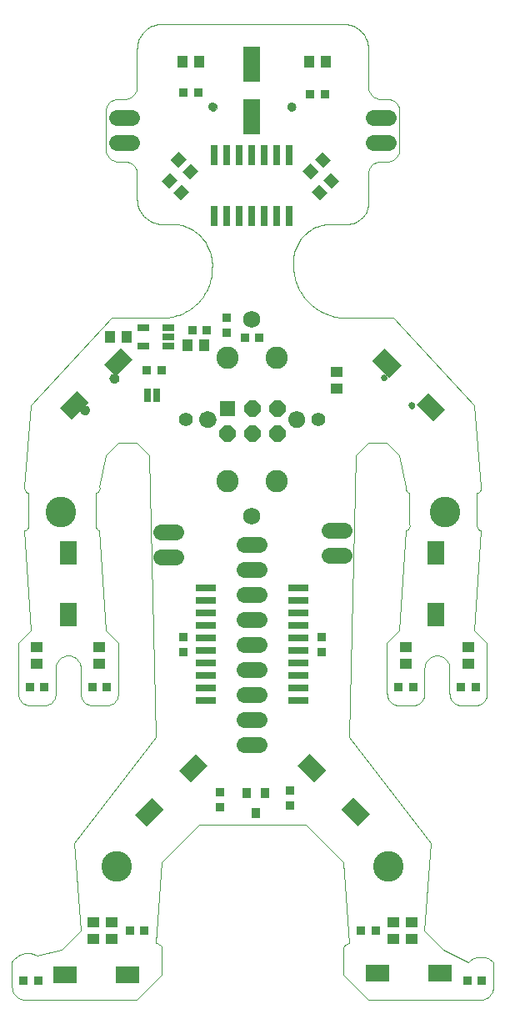
<source format=gts>
G75*
%MOIN*%
%OFA0B0*%
%FSLAX24Y24*%
%IPPOS*%
%LPD*%
%AMOC8*
5,1,8,0,0,1.08239X$1,22.5*
%
%ADD10C,0.0000*%
%ADD11C,0.0355*%
%ADD12R,0.0355X0.0394*%
%ADD13R,0.0355X0.0355*%
%ADD14R,0.0820X0.0260*%
%ADD15C,0.1221*%
%ADD16R,0.0434X0.0473*%
%ADD17R,0.0640X0.0640*%
%ADD18OC8,0.0640*%
%ADD19R,0.0670X0.1418*%
%ADD20R,0.0946X0.0670*%
%ADD21R,0.0670X0.0946*%
%ADD22C,0.0690*%
%ADD23C,0.0890*%
%ADD24C,0.0555*%
%ADD25C,0.0670*%
%ADD26C,0.0640*%
%ADD27C,0.0394*%
%ADD28R,0.0473X0.0434*%
%ADD29R,0.0300X0.0840*%
%ADD30R,0.0512X0.0257*%
%ADD31C,0.0257*%
%ADD32R,0.0290X0.0540*%
D10*
X000100Y000600D02*
X000100Y001600D01*
X000128Y001644D01*
X000160Y001685D01*
X000194Y001724D01*
X000231Y001761D01*
X000270Y001795D01*
X000312Y001826D01*
X000356Y001854D01*
X000402Y001878D01*
X000449Y001900D01*
X000498Y001918D01*
X000548Y001932D01*
X000599Y001943D01*
X000651Y001950D01*
X000703Y001954D01*
X000755Y001953D01*
X000806Y001949D01*
X000858Y001942D01*
X000909Y001930D01*
X000959Y001916D01*
X001007Y001897D01*
X001055Y001875D01*
X001100Y001850D01*
X002100Y002100D01*
X002850Y002850D01*
X002600Y006350D01*
X005850Y010600D01*
X005600Y021850D01*
X005100Y022350D01*
X004350Y022350D01*
X003850Y021850D01*
X003600Y020600D01*
X003605Y020573D01*
X003606Y020547D01*
X003604Y020520D01*
X003598Y020493D01*
X003589Y020468D01*
X003577Y020444D01*
X003561Y020422D01*
X003543Y020402D01*
X003523Y020384D01*
X003500Y020370D01*
X003476Y020358D01*
X003450Y020350D01*
X003450Y019100D01*
X003445Y019073D01*
X003444Y019047D01*
X003446Y019020D01*
X003452Y018993D01*
X003461Y018968D01*
X003473Y018944D01*
X003489Y018922D01*
X003507Y018902D01*
X003527Y018884D01*
X003550Y018870D01*
X003574Y018858D01*
X003600Y018850D01*
X003850Y014850D01*
X004350Y014350D01*
X004350Y012350D01*
X004348Y012306D01*
X004342Y012263D01*
X004333Y012221D01*
X004320Y012179D01*
X004303Y012139D01*
X004283Y012100D01*
X004260Y012063D01*
X004233Y012029D01*
X004204Y011996D01*
X004171Y011967D01*
X004137Y011940D01*
X004100Y011917D01*
X004061Y011897D01*
X004021Y011880D01*
X003979Y011867D01*
X003937Y011858D01*
X003894Y011852D01*
X003850Y011850D01*
X003350Y011850D01*
X003306Y011852D01*
X003263Y011858D01*
X003221Y011867D01*
X003179Y011880D01*
X003139Y011897D01*
X003100Y011917D01*
X003063Y011940D01*
X003029Y011967D01*
X002996Y011996D01*
X002967Y012029D01*
X002940Y012063D01*
X002917Y012100D01*
X002897Y012139D01*
X002880Y012179D01*
X002867Y012221D01*
X002858Y012263D01*
X002852Y012306D01*
X002850Y012350D01*
X002850Y013350D01*
X002350Y013850D02*
X002306Y013848D01*
X002263Y013842D01*
X002221Y013833D01*
X002179Y013820D01*
X002139Y013803D01*
X002100Y013783D01*
X002063Y013760D01*
X002029Y013733D01*
X001996Y013704D01*
X001967Y013671D01*
X001940Y013637D01*
X001917Y013600D01*
X001897Y013561D01*
X001880Y013521D01*
X001867Y013479D01*
X001858Y013437D01*
X001852Y013394D01*
X001850Y013350D01*
X001850Y012350D01*
X001848Y012306D01*
X001842Y012263D01*
X001833Y012221D01*
X001820Y012179D01*
X001803Y012139D01*
X001783Y012100D01*
X001760Y012063D01*
X001733Y012029D01*
X001704Y011996D01*
X001671Y011967D01*
X001637Y011940D01*
X001600Y011917D01*
X001561Y011897D01*
X001521Y011880D01*
X001479Y011867D01*
X001437Y011858D01*
X001394Y011852D01*
X001350Y011850D01*
X000850Y011850D01*
X000806Y011852D01*
X000763Y011858D01*
X000721Y011867D01*
X000679Y011880D01*
X000639Y011897D01*
X000600Y011917D01*
X000563Y011940D01*
X000529Y011967D01*
X000496Y011996D01*
X000467Y012029D01*
X000440Y012063D01*
X000417Y012100D01*
X000397Y012139D01*
X000380Y012179D01*
X000367Y012221D01*
X000358Y012263D01*
X000352Y012306D01*
X000350Y012350D01*
X000350Y014350D01*
X000850Y014850D01*
X000600Y018850D01*
X000626Y018858D01*
X000650Y018870D01*
X000673Y018884D01*
X000693Y018902D01*
X000711Y018922D01*
X000727Y018944D01*
X000739Y018968D01*
X000748Y018993D01*
X000754Y019020D01*
X000756Y019047D01*
X000755Y019073D01*
X000750Y019100D01*
X000750Y020350D01*
X000724Y020358D01*
X000700Y020370D01*
X000677Y020384D01*
X000657Y020402D01*
X000639Y020422D01*
X000623Y020444D01*
X000611Y020468D01*
X000602Y020493D01*
X000596Y020520D01*
X000594Y020547D01*
X000595Y020573D01*
X000600Y020600D01*
X000850Y023850D01*
X004100Y027350D01*
X006100Y027350D01*
X006187Y027352D01*
X006274Y027358D01*
X006361Y027367D01*
X006447Y027380D01*
X006533Y027397D01*
X006618Y027418D01*
X006701Y027443D01*
X006784Y027471D01*
X006865Y027502D01*
X006945Y027537D01*
X007023Y027576D01*
X007100Y027618D01*
X007175Y027663D01*
X007247Y027712D01*
X007318Y027763D01*
X007386Y027818D01*
X007451Y027875D01*
X007514Y027936D01*
X007575Y027999D01*
X007632Y028064D01*
X007687Y028132D01*
X007738Y028203D01*
X007787Y028275D01*
X007832Y028350D01*
X007874Y028427D01*
X007913Y028505D01*
X007948Y028585D01*
X007979Y028666D01*
X008007Y028749D01*
X008032Y028832D01*
X008053Y028917D01*
X008070Y029003D01*
X008083Y029089D01*
X008092Y029176D01*
X008098Y029263D01*
X008100Y029350D01*
X006600Y031100D02*
X006100Y031100D01*
X006040Y031102D01*
X005979Y031107D01*
X005920Y031116D01*
X005861Y031129D01*
X005802Y031145D01*
X005745Y031165D01*
X005690Y031188D01*
X005635Y031215D01*
X005583Y031244D01*
X005532Y031277D01*
X005483Y031313D01*
X005437Y031351D01*
X005393Y031393D01*
X005351Y031437D01*
X005313Y031483D01*
X005277Y031532D01*
X005244Y031583D01*
X005215Y031635D01*
X005188Y031690D01*
X005165Y031745D01*
X005145Y031802D01*
X005129Y031861D01*
X005116Y031920D01*
X005107Y031979D01*
X005102Y032040D01*
X005100Y032100D01*
X005100Y033100D01*
X005098Y033144D01*
X005092Y033187D01*
X005083Y033229D01*
X005070Y033271D01*
X005053Y033311D01*
X005033Y033350D01*
X005010Y033387D01*
X004983Y033421D01*
X004954Y033454D01*
X004921Y033483D01*
X004887Y033510D01*
X004850Y033533D01*
X004811Y033553D01*
X004771Y033570D01*
X004729Y033583D01*
X004687Y033592D01*
X004644Y033598D01*
X004600Y033600D01*
X004350Y033600D01*
X004306Y033602D01*
X004263Y033608D01*
X004221Y033617D01*
X004179Y033630D01*
X004139Y033647D01*
X004100Y033667D01*
X004063Y033690D01*
X004029Y033717D01*
X003996Y033746D01*
X003967Y033779D01*
X003940Y033813D01*
X003917Y033850D01*
X003897Y033889D01*
X003880Y033929D01*
X003867Y033971D01*
X003858Y034013D01*
X003852Y034056D01*
X003850Y034100D01*
X003850Y035600D01*
X003852Y035644D01*
X003858Y035687D01*
X003867Y035729D01*
X003880Y035771D01*
X003897Y035811D01*
X003917Y035850D01*
X003940Y035887D01*
X003967Y035921D01*
X003996Y035954D01*
X004029Y035983D01*
X004063Y036010D01*
X004100Y036033D01*
X004139Y036053D01*
X004179Y036070D01*
X004221Y036083D01*
X004263Y036092D01*
X004306Y036098D01*
X004350Y036100D01*
X004600Y036100D01*
X004644Y036102D01*
X004687Y036108D01*
X004729Y036117D01*
X004771Y036130D01*
X004811Y036147D01*
X004850Y036167D01*
X004887Y036190D01*
X004921Y036217D01*
X004954Y036246D01*
X004983Y036279D01*
X005010Y036313D01*
X005033Y036350D01*
X005053Y036389D01*
X005070Y036429D01*
X005083Y036471D01*
X005092Y036513D01*
X005098Y036556D01*
X005100Y036600D01*
X005100Y038100D01*
X005102Y038160D01*
X005107Y038221D01*
X005116Y038280D01*
X005129Y038339D01*
X005145Y038398D01*
X005165Y038455D01*
X005188Y038510D01*
X005215Y038565D01*
X005244Y038617D01*
X005277Y038668D01*
X005313Y038717D01*
X005351Y038763D01*
X005393Y038807D01*
X005437Y038849D01*
X005483Y038887D01*
X005532Y038923D01*
X005583Y038956D01*
X005635Y038985D01*
X005690Y039012D01*
X005745Y039035D01*
X005802Y039055D01*
X005861Y039071D01*
X005920Y039084D01*
X005979Y039093D01*
X006040Y039098D01*
X006100Y039100D01*
X013350Y039100D01*
X013410Y039098D01*
X013471Y039093D01*
X013530Y039084D01*
X013589Y039071D01*
X013648Y039055D01*
X013705Y039035D01*
X013760Y039012D01*
X013815Y038985D01*
X013867Y038956D01*
X013918Y038923D01*
X013967Y038887D01*
X014013Y038849D01*
X014057Y038807D01*
X014099Y038763D01*
X014137Y038717D01*
X014173Y038668D01*
X014206Y038617D01*
X014235Y038565D01*
X014262Y038510D01*
X014285Y038455D01*
X014305Y038398D01*
X014321Y038339D01*
X014334Y038280D01*
X014343Y038221D01*
X014348Y038160D01*
X014350Y038100D01*
X014350Y036600D01*
X014352Y036556D01*
X014358Y036513D01*
X014367Y036471D01*
X014380Y036429D01*
X014397Y036389D01*
X014417Y036350D01*
X014440Y036313D01*
X014467Y036279D01*
X014496Y036246D01*
X014529Y036217D01*
X014563Y036190D01*
X014600Y036167D01*
X014639Y036147D01*
X014679Y036130D01*
X014721Y036117D01*
X014763Y036108D01*
X014806Y036102D01*
X014850Y036100D01*
X015100Y036100D01*
X015144Y036098D01*
X015187Y036092D01*
X015229Y036083D01*
X015271Y036070D01*
X015311Y036053D01*
X015350Y036033D01*
X015387Y036010D01*
X015421Y035983D01*
X015454Y035954D01*
X015483Y035921D01*
X015510Y035887D01*
X015533Y035850D01*
X015553Y035811D01*
X015570Y035771D01*
X015583Y035729D01*
X015592Y035687D01*
X015598Y035644D01*
X015600Y035600D01*
X015600Y034100D01*
X015598Y034056D01*
X015592Y034013D01*
X015583Y033971D01*
X015570Y033929D01*
X015553Y033889D01*
X015533Y033850D01*
X015510Y033813D01*
X015483Y033779D01*
X015454Y033746D01*
X015421Y033717D01*
X015387Y033690D01*
X015350Y033667D01*
X015311Y033647D01*
X015271Y033630D01*
X015229Y033617D01*
X015187Y033608D01*
X015144Y033602D01*
X015100Y033600D01*
X014850Y033600D01*
X014806Y033598D01*
X014763Y033592D01*
X014721Y033583D01*
X014679Y033570D01*
X014639Y033553D01*
X014600Y033533D01*
X014563Y033510D01*
X014529Y033483D01*
X014496Y033454D01*
X014467Y033421D01*
X014440Y033387D01*
X014417Y033350D01*
X014397Y033311D01*
X014380Y033271D01*
X014367Y033229D01*
X014358Y033187D01*
X014352Y033144D01*
X014350Y033100D01*
X014350Y032100D01*
X013600Y031100D02*
X012850Y031100D01*
X013600Y031100D02*
X013657Y031110D01*
X013713Y031124D01*
X013768Y031141D01*
X013822Y031162D01*
X013875Y031187D01*
X013925Y031214D01*
X013974Y031245D01*
X014021Y031280D01*
X014065Y031317D01*
X014107Y031357D01*
X014146Y031399D01*
X014182Y031445D01*
X014215Y031492D01*
X014245Y031541D01*
X014272Y031593D01*
X014295Y031646D01*
X014315Y031700D01*
X014331Y031756D01*
X014344Y031812D01*
X014353Y031869D01*
X014358Y031927D01*
X014359Y031985D01*
X014356Y032043D01*
X014350Y032100D01*
X011350Y029600D02*
X011346Y029510D01*
X011347Y029419D01*
X011351Y029329D01*
X011359Y029239D01*
X011371Y029149D01*
X011387Y029060D01*
X011406Y028972D01*
X011429Y028885D01*
X011456Y028799D01*
X011487Y028713D01*
X011521Y028630D01*
X011559Y028548D01*
X011600Y028467D01*
X011644Y028388D01*
X011692Y028312D01*
X011743Y028237D01*
X011797Y028165D01*
X011854Y028095D01*
X011914Y028027D01*
X011977Y027962D01*
X012043Y027900D01*
X012111Y027841D01*
X012181Y027784D01*
X012254Y027731D01*
X012329Y027681D01*
X012407Y027634D01*
X012486Y027590D01*
X012567Y027550D01*
X012649Y027513D01*
X012733Y027479D01*
X012818Y027450D01*
X012905Y027424D01*
X012993Y027401D01*
X013081Y027383D01*
X013170Y027368D01*
X013260Y027357D01*
X013350Y027350D01*
X015350Y027350D01*
X018600Y023850D01*
X018850Y020600D01*
X018855Y020573D01*
X018856Y020547D01*
X018854Y020520D01*
X018848Y020493D01*
X018839Y020468D01*
X018827Y020444D01*
X018811Y020422D01*
X018793Y020402D01*
X018773Y020384D01*
X018750Y020370D01*
X018726Y020358D01*
X018700Y020350D01*
X018700Y019100D01*
X018695Y019073D01*
X018694Y019047D01*
X018696Y019020D01*
X018702Y018993D01*
X018711Y018968D01*
X018723Y018944D01*
X018739Y018922D01*
X018757Y018902D01*
X018777Y018884D01*
X018800Y018870D01*
X018824Y018858D01*
X018850Y018850D01*
X018600Y014850D01*
X019100Y014350D01*
X019100Y012350D01*
X019098Y012306D01*
X019092Y012263D01*
X019083Y012221D01*
X019070Y012179D01*
X019053Y012139D01*
X019033Y012100D01*
X019010Y012063D01*
X018983Y012029D01*
X018954Y011996D01*
X018921Y011967D01*
X018887Y011940D01*
X018850Y011917D01*
X018811Y011897D01*
X018771Y011880D01*
X018729Y011867D01*
X018687Y011858D01*
X018644Y011852D01*
X018600Y011850D01*
X018100Y011850D01*
X018056Y011852D01*
X018013Y011858D01*
X017971Y011867D01*
X017929Y011880D01*
X017889Y011897D01*
X017850Y011917D01*
X017813Y011940D01*
X017779Y011967D01*
X017746Y011996D01*
X017717Y012029D01*
X017690Y012063D01*
X017667Y012100D01*
X017647Y012139D01*
X017630Y012179D01*
X017617Y012221D01*
X017608Y012263D01*
X017602Y012306D01*
X017600Y012350D01*
X017600Y013350D01*
X017598Y013394D01*
X017592Y013437D01*
X017583Y013479D01*
X017570Y013521D01*
X017553Y013561D01*
X017533Y013600D01*
X017510Y013637D01*
X017483Y013671D01*
X017454Y013704D01*
X017421Y013733D01*
X017387Y013760D01*
X017350Y013783D01*
X017311Y013803D01*
X017271Y013820D01*
X017229Y013833D01*
X017187Y013842D01*
X017144Y013848D01*
X017100Y013850D01*
X017056Y013848D01*
X017013Y013842D01*
X016971Y013833D01*
X016929Y013820D01*
X016889Y013803D01*
X016850Y013783D01*
X016813Y013760D01*
X016779Y013733D01*
X016746Y013704D01*
X016717Y013671D01*
X016690Y013637D01*
X016667Y013600D01*
X016647Y013561D01*
X016630Y013521D01*
X016617Y013479D01*
X016608Y013437D01*
X016602Y013394D01*
X016600Y013350D01*
X016600Y012350D01*
X016598Y012306D01*
X016592Y012263D01*
X016583Y012221D01*
X016570Y012179D01*
X016553Y012139D01*
X016533Y012100D01*
X016510Y012063D01*
X016483Y012029D01*
X016454Y011996D01*
X016421Y011967D01*
X016387Y011940D01*
X016350Y011917D01*
X016311Y011897D01*
X016271Y011880D01*
X016229Y011867D01*
X016187Y011858D01*
X016144Y011852D01*
X016100Y011850D01*
X015600Y011850D01*
X015556Y011852D01*
X015513Y011858D01*
X015471Y011867D01*
X015429Y011880D01*
X015389Y011897D01*
X015350Y011917D01*
X015313Y011940D01*
X015279Y011967D01*
X015246Y011996D01*
X015217Y012029D01*
X015190Y012063D01*
X015167Y012100D01*
X015147Y012139D01*
X015130Y012179D01*
X015117Y012221D01*
X015108Y012263D01*
X015102Y012306D01*
X015100Y012350D01*
X015100Y014350D01*
X015600Y014850D01*
X015850Y018850D01*
X015876Y018858D01*
X015900Y018870D01*
X015923Y018884D01*
X015943Y018902D01*
X015961Y018922D01*
X015977Y018944D01*
X015989Y018968D01*
X015998Y018993D01*
X016004Y019020D01*
X016006Y019047D01*
X016005Y019073D01*
X016000Y019100D01*
X016000Y020350D01*
X015974Y020358D01*
X015950Y020370D01*
X015927Y020384D01*
X015907Y020402D01*
X015889Y020422D01*
X015873Y020444D01*
X015861Y020468D01*
X015852Y020493D01*
X015846Y020520D01*
X015844Y020547D01*
X015845Y020573D01*
X015850Y020600D01*
X015600Y021850D01*
X015100Y022350D01*
X014350Y022350D01*
X013850Y021850D01*
X013600Y010600D01*
X016850Y006350D01*
X016600Y002850D01*
X017350Y002100D01*
X018350Y001600D01*
X018387Y001634D01*
X018426Y001666D01*
X018468Y001695D01*
X018511Y001721D01*
X018556Y001743D01*
X018603Y001762D01*
X018651Y001778D01*
X018700Y001791D01*
X018749Y001800D01*
X018800Y001805D01*
X018850Y001807D01*
X018900Y001805D01*
X018951Y001800D01*
X019000Y001791D01*
X019049Y001778D01*
X019097Y001762D01*
X019144Y001743D01*
X019189Y001721D01*
X019232Y001695D01*
X019274Y001666D01*
X019313Y001634D01*
X019350Y001600D01*
X019350Y000600D01*
X019348Y000556D01*
X019342Y000513D01*
X019333Y000471D01*
X019320Y000429D01*
X019303Y000389D01*
X019283Y000350D01*
X019260Y000313D01*
X019233Y000279D01*
X019204Y000246D01*
X019171Y000217D01*
X019137Y000190D01*
X019100Y000167D01*
X019061Y000147D01*
X019021Y000130D01*
X018979Y000117D01*
X018937Y000108D01*
X018894Y000102D01*
X018850Y000100D01*
X014350Y000100D01*
X013350Y001100D01*
X013350Y002100D01*
X013352Y002130D01*
X013357Y002160D01*
X013366Y002189D01*
X013379Y002216D01*
X013394Y002242D01*
X013413Y002266D01*
X013434Y002287D01*
X013458Y002306D01*
X013484Y002321D01*
X013511Y002334D01*
X013540Y002343D01*
X013570Y002348D01*
X013600Y002350D01*
X013350Y005600D01*
X011850Y007100D01*
X007600Y007100D01*
X006100Y005600D01*
X005850Y002350D01*
X005880Y002348D01*
X005910Y002343D01*
X005939Y002334D01*
X005966Y002321D01*
X005992Y002306D01*
X006016Y002287D01*
X006037Y002266D01*
X006056Y002242D01*
X006071Y002216D01*
X006084Y002189D01*
X006093Y002160D01*
X006098Y002130D01*
X006100Y002100D01*
X006100Y001100D01*
X005100Y000100D01*
X000600Y000100D01*
X000556Y000102D01*
X000513Y000108D01*
X000471Y000117D01*
X000429Y000130D01*
X000389Y000147D01*
X000350Y000167D01*
X000313Y000190D01*
X000279Y000217D01*
X000246Y000246D01*
X000217Y000279D01*
X000190Y000313D01*
X000167Y000350D01*
X000147Y000389D01*
X000130Y000429D01*
X000117Y000471D01*
X000108Y000513D01*
X000102Y000556D01*
X000100Y000600D01*
X002850Y013350D02*
X002848Y013394D01*
X002842Y013437D01*
X002833Y013479D01*
X002820Y013521D01*
X002803Y013561D01*
X002783Y013600D01*
X002760Y013637D01*
X002733Y013671D01*
X002704Y013704D01*
X002671Y013733D01*
X002637Y013760D01*
X002600Y013783D01*
X002561Y013803D01*
X002521Y013820D01*
X002479Y013833D01*
X002437Y013842D01*
X002394Y013848D01*
X002350Y013850D01*
X002832Y023667D02*
X002834Y023693D01*
X002840Y023719D01*
X002850Y023744D01*
X002863Y023767D01*
X002879Y023787D01*
X002899Y023805D01*
X002921Y023820D01*
X002944Y023832D01*
X002970Y023840D01*
X002996Y023844D01*
X003022Y023844D01*
X003048Y023840D01*
X003074Y023832D01*
X003098Y023820D01*
X003119Y023805D01*
X003139Y023787D01*
X003155Y023767D01*
X003168Y023744D01*
X003178Y023719D01*
X003184Y023693D01*
X003186Y023667D01*
X003184Y023641D01*
X003178Y023615D01*
X003168Y023590D01*
X003155Y023567D01*
X003139Y023547D01*
X003119Y023529D01*
X003097Y023514D01*
X003074Y023502D01*
X003048Y023494D01*
X003022Y023490D01*
X002996Y023490D01*
X002970Y023494D01*
X002944Y023502D01*
X002920Y023514D01*
X002899Y023529D01*
X002879Y023547D01*
X002863Y023567D01*
X002850Y023590D01*
X002840Y023615D01*
X002834Y023641D01*
X002832Y023667D01*
X004014Y024933D02*
X004016Y024959D01*
X004022Y024985D01*
X004032Y025010D01*
X004045Y025033D01*
X004061Y025053D01*
X004081Y025071D01*
X004103Y025086D01*
X004126Y025098D01*
X004152Y025106D01*
X004178Y025110D01*
X004204Y025110D01*
X004230Y025106D01*
X004256Y025098D01*
X004280Y025086D01*
X004301Y025071D01*
X004321Y025053D01*
X004337Y025033D01*
X004350Y025010D01*
X004360Y024985D01*
X004366Y024959D01*
X004368Y024933D01*
X004366Y024907D01*
X004360Y024881D01*
X004350Y024856D01*
X004337Y024833D01*
X004321Y024813D01*
X004301Y024795D01*
X004279Y024780D01*
X004256Y024768D01*
X004230Y024760D01*
X004204Y024756D01*
X004178Y024756D01*
X004152Y024760D01*
X004126Y024768D01*
X004102Y024780D01*
X004081Y024795D01*
X004061Y024813D01*
X004045Y024833D01*
X004032Y024856D01*
X004022Y024881D01*
X004016Y024907D01*
X004014Y024933D01*
X008100Y029350D02*
X008104Y029430D01*
X008105Y029510D01*
X008101Y029590D01*
X008093Y029669D01*
X008082Y029749D01*
X008067Y029827D01*
X008047Y029905D01*
X008024Y029981D01*
X007998Y030057D01*
X007967Y030131D01*
X007933Y030203D01*
X007896Y030274D01*
X007855Y030343D01*
X007811Y030409D01*
X007763Y030474D01*
X007713Y030536D01*
X007659Y030595D01*
X007603Y030652D01*
X007544Y030706D01*
X007482Y030757D01*
X007418Y030805D01*
X007351Y030849D01*
X007283Y030891D01*
X007212Y030929D01*
X007140Y030963D01*
X007066Y030994D01*
X006991Y031021D01*
X006915Y031045D01*
X006837Y031064D01*
X006759Y031080D01*
X006680Y031092D01*
X006600Y031100D01*
X007973Y035788D02*
X007975Y035813D01*
X007981Y035837D01*
X007990Y035859D01*
X008003Y035880D01*
X008019Y035899D01*
X008038Y035915D01*
X008059Y035928D01*
X008081Y035937D01*
X008105Y035943D01*
X008130Y035945D01*
X008155Y035943D01*
X008179Y035937D01*
X008201Y035928D01*
X008222Y035915D01*
X008241Y035899D01*
X008257Y035880D01*
X008270Y035859D01*
X008279Y035837D01*
X008285Y035813D01*
X008287Y035788D01*
X008285Y035763D01*
X008279Y035739D01*
X008270Y035717D01*
X008257Y035696D01*
X008241Y035677D01*
X008222Y035661D01*
X008201Y035648D01*
X008179Y035639D01*
X008155Y035633D01*
X008130Y035631D01*
X008105Y035633D01*
X008081Y035639D01*
X008059Y035648D01*
X008038Y035661D01*
X008019Y035677D01*
X008003Y035696D01*
X007990Y035717D01*
X007981Y035739D01*
X007975Y035763D01*
X007973Y035788D01*
X011123Y035788D02*
X011125Y035813D01*
X011131Y035837D01*
X011140Y035859D01*
X011153Y035880D01*
X011169Y035899D01*
X011188Y035915D01*
X011209Y035928D01*
X011231Y035937D01*
X011255Y035943D01*
X011280Y035945D01*
X011305Y035943D01*
X011329Y035937D01*
X011351Y035928D01*
X011372Y035915D01*
X011391Y035899D01*
X011407Y035880D01*
X011420Y035859D01*
X011429Y035837D01*
X011435Y035813D01*
X011437Y035788D01*
X011435Y035763D01*
X011429Y035739D01*
X011420Y035717D01*
X011407Y035696D01*
X011391Y035677D01*
X011372Y035661D01*
X011351Y035648D01*
X011329Y035639D01*
X011305Y035633D01*
X011280Y035631D01*
X011255Y035633D01*
X011231Y035639D01*
X011209Y035648D01*
X011188Y035661D01*
X011169Y035677D01*
X011153Y035696D01*
X011140Y035717D01*
X011131Y035739D01*
X011125Y035763D01*
X011123Y035788D01*
X012850Y031100D02*
X012774Y031098D01*
X012698Y031092D01*
X012623Y031083D01*
X012548Y031069D01*
X012474Y031052D01*
X012401Y031031D01*
X012329Y031007D01*
X012258Y030978D01*
X012189Y030947D01*
X012122Y030912D01*
X012057Y030873D01*
X011993Y030831D01*
X011932Y030786D01*
X011873Y030738D01*
X011817Y030687D01*
X011763Y030633D01*
X011712Y030577D01*
X011664Y030518D01*
X011619Y030457D01*
X011577Y030393D01*
X011538Y030328D01*
X011503Y030261D01*
X011472Y030192D01*
X011443Y030121D01*
X011419Y030049D01*
X011398Y029976D01*
X011381Y029902D01*
X011367Y029827D01*
X011358Y029752D01*
X011352Y029676D01*
X011350Y029600D01*
X011157Y023300D02*
X011159Y023335D01*
X011165Y023370D01*
X011175Y023404D01*
X011188Y023437D01*
X011205Y023468D01*
X011226Y023496D01*
X011249Y023523D01*
X011276Y023546D01*
X011304Y023567D01*
X011335Y023584D01*
X011368Y023597D01*
X011402Y023607D01*
X011437Y023613D01*
X011472Y023615D01*
X011507Y023613D01*
X011542Y023607D01*
X011576Y023597D01*
X011609Y023584D01*
X011640Y023567D01*
X011668Y023546D01*
X011695Y023523D01*
X011718Y023496D01*
X011739Y023468D01*
X011756Y023437D01*
X011769Y023404D01*
X011779Y023370D01*
X011785Y023335D01*
X011787Y023300D01*
X011785Y023265D01*
X011779Y023230D01*
X011769Y023196D01*
X011756Y023163D01*
X011739Y023132D01*
X011718Y023104D01*
X011695Y023077D01*
X011668Y023054D01*
X011640Y023033D01*
X011609Y023016D01*
X011576Y023003D01*
X011542Y022993D01*
X011507Y022987D01*
X011472Y022985D01*
X011437Y022987D01*
X011402Y022993D01*
X011368Y023003D01*
X011335Y023016D01*
X011304Y023033D01*
X011276Y023054D01*
X011249Y023077D01*
X011226Y023104D01*
X011205Y023132D01*
X011188Y023163D01*
X011175Y023196D01*
X011165Y023230D01*
X011159Y023265D01*
X011157Y023300D01*
X007613Y023300D02*
X007615Y023335D01*
X007621Y023370D01*
X007631Y023404D01*
X007644Y023437D01*
X007661Y023468D01*
X007682Y023496D01*
X007705Y023523D01*
X007732Y023546D01*
X007760Y023567D01*
X007791Y023584D01*
X007824Y023597D01*
X007858Y023607D01*
X007893Y023613D01*
X007928Y023615D01*
X007963Y023613D01*
X007998Y023607D01*
X008032Y023597D01*
X008065Y023584D01*
X008096Y023567D01*
X008124Y023546D01*
X008151Y023523D01*
X008174Y023496D01*
X008195Y023468D01*
X008212Y023437D01*
X008225Y023404D01*
X008235Y023370D01*
X008241Y023335D01*
X008243Y023300D01*
X008241Y023265D01*
X008235Y023230D01*
X008225Y023196D01*
X008212Y023163D01*
X008195Y023132D01*
X008174Y023104D01*
X008151Y023077D01*
X008124Y023054D01*
X008096Y023033D01*
X008065Y023016D01*
X008032Y023003D01*
X007998Y022993D01*
X007963Y022987D01*
X007928Y022985D01*
X007893Y022987D01*
X007858Y022993D01*
X007824Y023003D01*
X007791Y023016D01*
X007760Y023033D01*
X007732Y023054D01*
X007705Y023077D01*
X007682Y023104D01*
X007661Y023132D01*
X007644Y023163D01*
X007631Y023196D01*
X007621Y023230D01*
X007615Y023265D01*
X007613Y023300D01*
X014867Y024958D02*
X014869Y024978D01*
X014875Y024998D01*
X014884Y025016D01*
X014897Y025033D01*
X014912Y025046D01*
X014930Y025056D01*
X014950Y025063D01*
X014970Y025066D01*
X014990Y025065D01*
X015010Y025060D01*
X015029Y025052D01*
X015046Y025040D01*
X015060Y025025D01*
X015071Y025007D01*
X015079Y024988D01*
X015083Y024968D01*
X015083Y024948D01*
X015079Y024928D01*
X015071Y024909D01*
X015060Y024891D01*
X015046Y024876D01*
X015029Y024864D01*
X015010Y024856D01*
X014990Y024851D01*
X014970Y024850D01*
X014950Y024853D01*
X014930Y024860D01*
X014912Y024870D01*
X014897Y024883D01*
X014884Y024900D01*
X014875Y024918D01*
X014869Y024938D01*
X014867Y024958D01*
X015980Y023845D02*
X015982Y023865D01*
X015988Y023885D01*
X015997Y023903D01*
X016010Y023920D01*
X016025Y023933D01*
X016043Y023943D01*
X016063Y023950D01*
X016083Y023953D01*
X016103Y023952D01*
X016123Y023947D01*
X016142Y023939D01*
X016159Y023927D01*
X016173Y023912D01*
X016184Y023894D01*
X016192Y023875D01*
X016196Y023855D01*
X016196Y023835D01*
X016192Y023815D01*
X016184Y023796D01*
X016173Y023778D01*
X016159Y023763D01*
X016142Y023751D01*
X016123Y023743D01*
X016103Y023738D01*
X016083Y023737D01*
X016063Y023740D01*
X016043Y023747D01*
X016025Y023757D01*
X016010Y023770D01*
X015997Y023787D01*
X015988Y023805D01*
X015982Y023825D01*
X015980Y023845D01*
D11*
X011280Y035788D03*
X008130Y035788D03*
D12*
X009476Y008369D03*
X009850Y007542D03*
X010224Y008369D03*
D13*
X011225Y008463D03*
X011225Y007863D03*
X008413Y007800D03*
X008413Y008400D03*
X006950Y014000D03*
X006950Y014600D03*
X003895Y012600D03*
X003305Y012600D03*
X001395Y012600D03*
X000805Y012600D03*
X004805Y002850D03*
X005395Y002850D03*
X001145Y000850D03*
X000555Y000850D03*
X012500Y014000D03*
X012500Y014600D03*
X015555Y012600D03*
X016145Y012600D03*
X018055Y012600D03*
X018645Y012600D03*
X014645Y002850D03*
X014055Y002850D03*
X018305Y000850D03*
X018895Y000850D03*
X006100Y025250D03*
X005500Y025250D03*
X007305Y026850D03*
X007895Y026850D03*
X008700Y026750D03*
X008700Y027350D03*
X009405Y026550D03*
X009995Y026550D03*
X012017Y036288D03*
X012608Y036288D03*
X007545Y036350D03*
X006955Y036350D03*
D14*
X007863Y016550D03*
X007863Y016050D03*
X007863Y015550D03*
X007863Y015050D03*
X007863Y014550D03*
X007863Y014050D03*
X007863Y013550D03*
X007863Y013050D03*
X007863Y012550D03*
X007863Y012050D03*
X011563Y012050D03*
X011563Y012550D03*
X011563Y013050D03*
X011563Y013550D03*
X011563Y014050D03*
X011563Y014550D03*
X011563Y015050D03*
X011563Y015550D03*
X011563Y016050D03*
X011563Y016550D03*
D15*
X017413Y019600D03*
X015163Y005413D03*
X004288Y005413D03*
X002038Y019600D03*
D16*
X004015Y026600D03*
X004685Y026600D03*
X007115Y026250D03*
X007785Y026250D03*
G36*
X006890Y032683D02*
X007197Y032376D01*
X006864Y032043D01*
X006557Y032350D01*
X006890Y032683D01*
G37*
G36*
X006416Y033157D02*
X006723Y032850D01*
X006390Y032517D01*
X006083Y032824D01*
X006416Y033157D01*
G37*
G36*
X006740Y033367D02*
X006433Y033674D01*
X006766Y034007D01*
X007073Y033700D01*
X006740Y033367D01*
G37*
G36*
X007214Y032893D02*
X006907Y033200D01*
X007240Y033533D01*
X007547Y033226D01*
X007214Y032893D01*
G37*
X006915Y037600D03*
X007585Y037600D03*
X011978Y037600D03*
X012647Y037600D03*
G36*
X012847Y033674D02*
X012540Y033367D01*
X012207Y033700D01*
X012514Y034007D01*
X012847Y033674D01*
G37*
G36*
X013197Y032824D02*
X012890Y032517D01*
X012557Y032850D01*
X012864Y033157D01*
X013197Y032824D01*
G37*
G36*
X012723Y032350D02*
X012416Y032043D01*
X012083Y032376D01*
X012390Y032683D01*
X012723Y032350D01*
G37*
G36*
X012373Y033200D02*
X012066Y032893D01*
X011733Y033226D01*
X012040Y033533D01*
X012373Y033200D01*
G37*
D17*
X008728Y023738D03*
D18*
X008728Y022738D03*
X009728Y022738D03*
X009728Y023738D03*
X010728Y023738D03*
X010728Y022738D03*
D19*
X009688Y035375D03*
X009688Y037500D03*
D20*
G36*
X003781Y025505D02*
X004449Y026173D01*
X004923Y025699D01*
X004255Y025031D01*
X003781Y025505D01*
G37*
G36*
X002027Y023751D02*
X002695Y024419D01*
X003169Y023945D01*
X002501Y023277D01*
X002027Y023751D01*
G37*
G36*
X006781Y009255D02*
X007449Y009923D01*
X007923Y009449D01*
X007255Y008781D01*
X006781Y009255D01*
G37*
G36*
X005027Y007501D02*
X005695Y008169D01*
X006169Y007695D01*
X005501Y007027D01*
X005027Y007501D01*
G37*
X004715Y001100D03*
X002235Y001100D03*
G36*
X012195Y008793D02*
X011527Y009461D01*
X012001Y009935D01*
X012669Y009267D01*
X012195Y008793D01*
G37*
G36*
X013949Y007040D02*
X013281Y007708D01*
X013755Y008182D01*
X014423Y007514D01*
X013949Y007040D01*
G37*
X014735Y001163D03*
X017215Y001163D03*
G36*
X016755Y024357D02*
X017423Y023689D01*
X016949Y023215D01*
X016281Y023883D01*
X016755Y024357D01*
G37*
G36*
X015001Y026110D02*
X015669Y025442D01*
X015195Y024968D01*
X014527Y025636D01*
X015001Y026110D01*
G37*
D21*
X017038Y017965D03*
X017038Y015485D03*
X002350Y015485D03*
X002350Y017965D03*
D22*
X009700Y019426D03*
X009700Y027300D03*
D23*
X010684Y025761D03*
X008716Y025761D03*
X008716Y020839D03*
X010684Y020839D03*
D24*
X012357Y023300D03*
X007043Y023300D03*
D25*
X007928Y023300D03*
X011472Y023300D03*
D26*
X012800Y018850D02*
X013400Y018850D01*
X013400Y017850D02*
X012800Y017850D01*
X010000Y018300D02*
X009400Y018300D01*
X009400Y017300D02*
X010000Y017300D01*
X010000Y016300D02*
X009400Y016300D01*
X009400Y015300D02*
X010000Y015300D01*
X010000Y014300D02*
X009400Y014300D01*
X009400Y013300D02*
X010000Y013300D01*
X010000Y012300D02*
X009400Y012300D01*
X009400Y011300D02*
X010000Y011300D01*
X010000Y010300D02*
X009400Y010300D01*
X006650Y017800D02*
X006050Y017800D01*
X006050Y018800D02*
X006650Y018800D01*
X004900Y034350D02*
X004300Y034350D01*
X004300Y035350D02*
X004900Y035350D01*
X014550Y035350D02*
X015150Y035350D01*
X015150Y034350D02*
X014550Y034350D01*
D27*
X004191Y024933D03*
X003009Y023667D03*
D28*
X003600Y014185D03*
X003600Y013515D03*
X001100Y013515D03*
X001100Y014185D03*
X003350Y003185D03*
X003350Y002515D03*
X004100Y002515D03*
X004100Y003185D03*
X013100Y024515D03*
X013100Y025185D03*
X015850Y014185D03*
X015850Y013515D03*
X018350Y013515D03*
X018350Y014185D03*
X016100Y003185D03*
X016100Y002515D03*
X015350Y002515D03*
X015350Y003185D03*
D29*
X011190Y031440D03*
X010690Y031440D03*
X010190Y031440D03*
X009690Y031440D03*
X009190Y031440D03*
X008690Y031440D03*
X008190Y031440D03*
X008190Y033860D03*
X008690Y033860D03*
X009190Y033860D03*
X009690Y033860D03*
X010190Y033860D03*
X010690Y033860D03*
X011190Y033860D03*
D30*
X006362Y026974D03*
X006362Y026600D03*
X006362Y026226D03*
X005338Y026226D03*
X005338Y026974D03*
D31*
X014975Y024958D03*
X016088Y023845D03*
D32*
X005877Y024250D03*
X005523Y024250D03*
M02*

</source>
